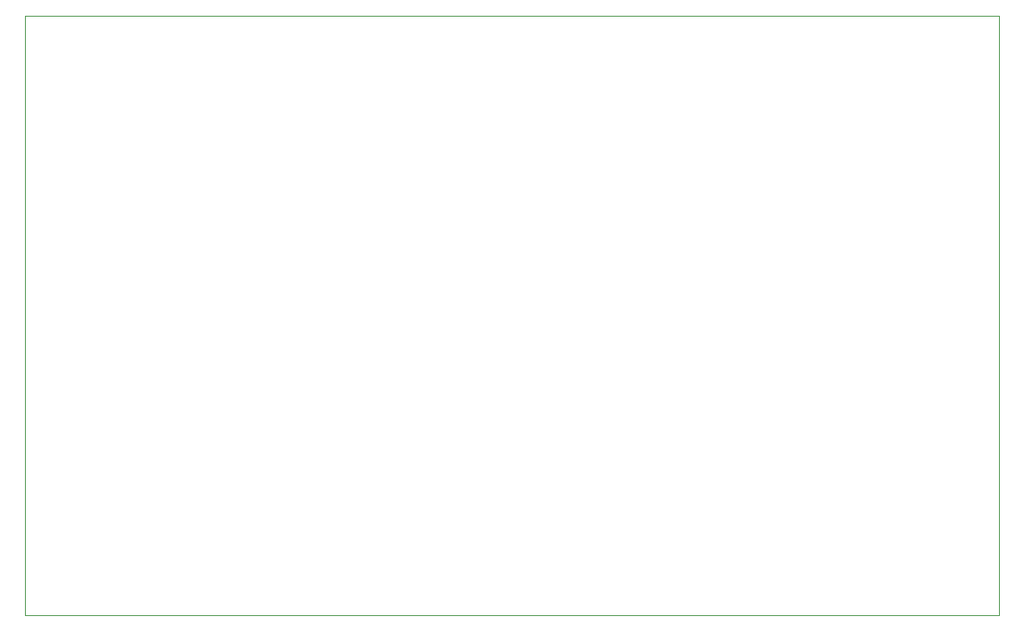
<source format=gbr>
%TF.GenerationSoftware,KiCad,Pcbnew,7.0.11+dfsg-1build4*%
%TF.CreationDate,2025-10-10T15:34:20-05:00*%
%TF.ProjectId,Synchronizer,53796e63-6872-46f6-9e69-7a65722e6b69,rev?*%
%TF.SameCoordinates,Original*%
%TF.FileFunction,Profile,NP*%
%FSLAX46Y46*%
G04 Gerber Fmt 4.6, Leading zero omitted, Abs format (unit mm)*
G04 Created by KiCad (PCBNEW 7.0.11+dfsg-1build4) date 2025-10-10 15:34:20*
%MOMM*%
%LPD*%
G01*
G04 APERTURE LIST*
%TA.AperFunction,Profile*%
%ADD10C,0.100000*%
%TD*%
G04 APERTURE END LIST*
D10*
X91000000Y-21000000D02*
X190000000Y-21000000D01*
X190000000Y-82000000D01*
X91000000Y-82000000D01*
X91000000Y-21000000D01*
M02*

</source>
